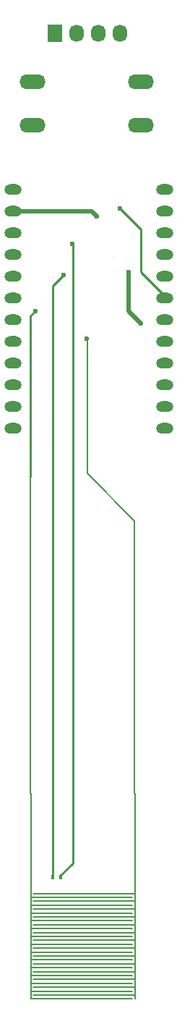
<source format=gtl>
G04 #@! TF.FileFunction,Copper,L1,Top,Signal*
%FSLAX46Y46*%
G04 Gerber Fmt 4.6, Leading zero omitted, Abs format (unit mm)*
G04 Created by KiCad (PCBNEW 4.0.1-stable) date 10/3/2016 3:23:18 PM*
%MOMM*%
G01*
G04 APERTURE LIST*
%ADD10C,0.100000*%
%ADD11O,3.048000X1.727200*%
%ADD12R,0.400000X0.600000*%
%ADD13R,1.727200X2.032000*%
%ADD14O,1.727200X2.032000*%
%ADD15O,2.000000X1.270000*%
%ADD16C,0.600000*%
%ADD17C,0.152400*%
%ADD18C,0.250000*%
%ADD19C,0.500000*%
G04 APERTURE END LIST*
D10*
D11*
X128066800Y-71170800D03*
X128066800Y-76250800D03*
X140766800Y-71170800D03*
X140766800Y-76250800D03*
D12*
X130410800Y-164261800D03*
X131310800Y-164261800D03*
D13*
X130657600Y-65481200D03*
D14*
X133197600Y-65481200D03*
X135737600Y-65481200D03*
X138277600Y-65481200D03*
D15*
X143510000Y-83820000D03*
X125730000Y-83820000D03*
X143510000Y-86360000D03*
X125730000Y-86360000D03*
X143510000Y-88900000D03*
X125730000Y-88900000D03*
X143510000Y-91440000D03*
X125730000Y-91440000D03*
X143510000Y-93980000D03*
X125730000Y-93980000D03*
X143510000Y-96520000D03*
X125730000Y-96520000D03*
X143510000Y-99060000D03*
X125730000Y-99060000D03*
X143510000Y-101600000D03*
X125730000Y-101600000D03*
X143510000Y-104140000D03*
X125730000Y-104140000D03*
X143510000Y-106680000D03*
X125730000Y-106680000D03*
X143510000Y-109220000D03*
X125730000Y-109220000D03*
X143510000Y-111760000D03*
X125730000Y-111760000D03*
D16*
X132664200Y-90170000D03*
X139319000Y-93446600D03*
X140766800Y-99441000D03*
X135585200Y-86918800D03*
X131648200Y-93802200D03*
X134391400Y-101244400D03*
X128346200Y-97993200D03*
X138252200Y-85979000D03*
D17*
X127866200Y-166307000D02*
X127866200Y-173085820D01*
X127866200Y-173085820D02*
X127866200Y-178499000D01*
X127866200Y-178499000D02*
X139753400Y-178499000D01*
X127866200Y-173012600D02*
X139753400Y-173012600D01*
X140058200Y-166180000D02*
X128171000Y-166180000D01*
X140058200Y-178041800D02*
X128171000Y-178041800D01*
X127866200Y-177584600D02*
X139753400Y-177584600D01*
X127866200Y-176670200D02*
X139753400Y-176670200D01*
X140058200Y-176213000D02*
X128171000Y-176213000D01*
X127866200Y-175755800D02*
X139753400Y-175755800D01*
X140058200Y-175298600D02*
X128171000Y-175298600D01*
X127866200Y-174841400D02*
X139753400Y-174841400D01*
X140058200Y-174384200D02*
X128171000Y-174384200D01*
X127866200Y-173927000D02*
X139753400Y-173927000D01*
X140058200Y-173469800D02*
X128171000Y-173469800D01*
X140058200Y-172555400D02*
X128171000Y-172555400D01*
X127866200Y-172098200D02*
X139753400Y-172098200D01*
X140058200Y-171641000D02*
X128171000Y-171641000D01*
X127866200Y-171183800D02*
X139753400Y-171183800D01*
X140058200Y-170726600D02*
X128171000Y-170726600D01*
X127866200Y-170269400D02*
X139753400Y-170269400D01*
X140058200Y-169812200D02*
X128171000Y-169812200D01*
X127866200Y-169355000D02*
X139753400Y-169355000D01*
X140058200Y-168897800D02*
X128171000Y-168897800D01*
X127866200Y-168440600D02*
X139753400Y-168440600D01*
X140058200Y-167983400D02*
X128171000Y-167983400D01*
X127866200Y-167526200D02*
X139753400Y-167526200D01*
X140058200Y-167069000D02*
X128171000Y-167069000D01*
X140058200Y-178499000D02*
X140058200Y-178348640D01*
X140058200Y-178348640D02*
X140058200Y-177723000D01*
X140058200Y-177123000D02*
X140058200Y-166307000D01*
X140058200Y-177723000D02*
X140058200Y-177123000D01*
X140058200Y-177127400D02*
X128171000Y-177127400D01*
D18*
X132765800Y-115544600D02*
X132765800Y-90271600D01*
X132765800Y-115544600D02*
X132765800Y-162629000D01*
X131209200Y-164185600D02*
X132765800Y-162629000D01*
X132765800Y-90271600D02*
X132664200Y-90170000D01*
X132664200Y-90170000D02*
X132715000Y-90220800D01*
D19*
X139319000Y-97993200D02*
X139319000Y-93446600D01*
X140766800Y-99441000D02*
X139319000Y-97993200D01*
X135026400Y-86360000D02*
X125730000Y-86360000D01*
X135585200Y-86918800D02*
X135026400Y-86360000D01*
D18*
X130378200Y-95072200D02*
X130378200Y-120345200D01*
X131648200Y-93802200D02*
X130378200Y-95072200D01*
X130429000Y-164065800D02*
X130429000Y-120396000D01*
X130378200Y-120345200D02*
X130429000Y-120396000D01*
X130429000Y-164065800D02*
X130309200Y-164185600D01*
D17*
X140058200Y-165861200D02*
X140058200Y-165261200D01*
X134391400Y-101244400D02*
X134442200Y-101295200D01*
X134442200Y-101295200D02*
X134442200Y-117017800D01*
X134442200Y-117017800D02*
X140007400Y-122583000D01*
X140007400Y-129451600D02*
X140007400Y-129301240D01*
X140007400Y-129301240D02*
X140007400Y-128675600D01*
X140007400Y-128075600D02*
X140007400Y-122583000D01*
X140007400Y-128675600D02*
X140007400Y-128075600D01*
X140007400Y-154394400D02*
X140058200Y-154445200D01*
X140007400Y-129451600D02*
X140007400Y-154394400D01*
X140058200Y-166486840D02*
X140058200Y-166637200D01*
X140058200Y-166486840D02*
X140058200Y-165861200D01*
X140058200Y-165261200D02*
X140058200Y-154445200D01*
X139753400Y-166637200D02*
X127866200Y-166637200D01*
X127815400Y-124038420D02*
X127815400Y-117424200D01*
X127815400Y-124038420D02*
X127815400Y-129451600D01*
X127815400Y-154394400D02*
X127866200Y-154445200D01*
X127815400Y-129451600D02*
X127815400Y-154394400D01*
X127866200Y-154445200D02*
X127866200Y-161224020D01*
X127866200Y-161224020D02*
X127866200Y-166637200D01*
X127866200Y-166611800D02*
X139753400Y-166611800D01*
D18*
X127815400Y-117424200D02*
X127815400Y-98524000D01*
X127815400Y-98524000D02*
X128346200Y-97993200D01*
D17*
X127815400Y-117259600D02*
X127815400Y-117424200D01*
D18*
X143510000Y-96520000D02*
X143510000Y-96266000D01*
X143510000Y-96266000D02*
X140716000Y-93472000D01*
X140716000Y-93472000D02*
X140716000Y-88442800D01*
X140716000Y-88442800D02*
X138252200Y-85979000D01*
M02*

</source>
